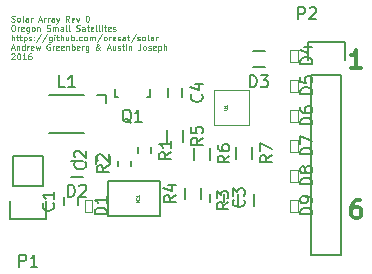
<source format=gbr>
G04 #@! TF.FileFunction,Legend,Top*
%FSLAX46Y46*%
G04 Gerber Fmt 4.6, Leading zero omitted, Abs format (unit mm)*
G04 Created by KiCad (PCBNEW 4.0.1+dfsg1-stable) date Thu 03 Mar 2016 02:15:59 PM PST*
%MOMM*%
G01*
G04 APERTURE LIST*
%ADD10C,0.100000*%
%ADD11C,0.300000*%
%ADD12C,0.150000*%
%ADD13C,0.050000*%
%ADD14C,0.060000*%
%ADD15C,0.062500*%
G04 APERTURE END LIST*
D10*
X130905238Y-89026381D02*
X130976667Y-89050190D01*
X131095714Y-89050190D01*
X131143333Y-89026381D01*
X131167143Y-89002571D01*
X131190952Y-88954952D01*
X131190952Y-88907333D01*
X131167143Y-88859714D01*
X131143333Y-88835905D01*
X131095714Y-88812095D01*
X131000476Y-88788286D01*
X130952857Y-88764476D01*
X130929048Y-88740667D01*
X130905238Y-88693048D01*
X130905238Y-88645429D01*
X130929048Y-88597810D01*
X130952857Y-88574000D01*
X131000476Y-88550190D01*
X131119524Y-88550190D01*
X131190952Y-88574000D01*
X131476666Y-89050190D02*
X131429047Y-89026381D01*
X131405238Y-89002571D01*
X131381428Y-88954952D01*
X131381428Y-88812095D01*
X131405238Y-88764476D01*
X131429047Y-88740667D01*
X131476666Y-88716857D01*
X131548095Y-88716857D01*
X131595714Y-88740667D01*
X131619523Y-88764476D01*
X131643333Y-88812095D01*
X131643333Y-88954952D01*
X131619523Y-89002571D01*
X131595714Y-89026381D01*
X131548095Y-89050190D01*
X131476666Y-89050190D01*
X131929047Y-89050190D02*
X131881428Y-89026381D01*
X131857619Y-88978762D01*
X131857619Y-88550190D01*
X132333809Y-89050190D02*
X132333809Y-88788286D01*
X132310000Y-88740667D01*
X132262381Y-88716857D01*
X132167143Y-88716857D01*
X132119524Y-88740667D01*
X132333809Y-89026381D02*
X132286190Y-89050190D01*
X132167143Y-89050190D01*
X132119524Y-89026381D01*
X132095714Y-88978762D01*
X132095714Y-88931143D01*
X132119524Y-88883524D01*
X132167143Y-88859714D01*
X132286190Y-88859714D01*
X132333809Y-88835905D01*
X132571905Y-89050190D02*
X132571905Y-88716857D01*
X132571905Y-88812095D02*
X132595714Y-88764476D01*
X132619524Y-88740667D01*
X132667143Y-88716857D01*
X132714762Y-88716857D01*
X133238571Y-88907333D02*
X133476666Y-88907333D01*
X133190952Y-89050190D02*
X133357619Y-88550190D01*
X133524285Y-89050190D01*
X133690952Y-89050190D02*
X133690952Y-88716857D01*
X133690952Y-88812095D02*
X133714761Y-88764476D01*
X133738571Y-88740667D01*
X133786190Y-88716857D01*
X133833809Y-88716857D01*
X134000476Y-89050190D02*
X134000476Y-88716857D01*
X134000476Y-88812095D02*
X134024285Y-88764476D01*
X134048095Y-88740667D01*
X134095714Y-88716857D01*
X134143333Y-88716857D01*
X134524285Y-89050190D02*
X134524285Y-88788286D01*
X134500476Y-88740667D01*
X134452857Y-88716857D01*
X134357619Y-88716857D01*
X134310000Y-88740667D01*
X134524285Y-89026381D02*
X134476666Y-89050190D01*
X134357619Y-89050190D01*
X134310000Y-89026381D01*
X134286190Y-88978762D01*
X134286190Y-88931143D01*
X134310000Y-88883524D01*
X134357619Y-88859714D01*
X134476666Y-88859714D01*
X134524285Y-88835905D01*
X134714762Y-88716857D02*
X134833809Y-89050190D01*
X134952857Y-88716857D02*
X134833809Y-89050190D01*
X134786190Y-89169238D01*
X134762381Y-89193048D01*
X134714762Y-89216857D01*
X135809999Y-89050190D02*
X135643332Y-88812095D01*
X135524285Y-89050190D02*
X135524285Y-88550190D01*
X135714761Y-88550190D01*
X135762380Y-88574000D01*
X135786189Y-88597810D01*
X135809999Y-88645429D01*
X135809999Y-88716857D01*
X135786189Y-88764476D01*
X135762380Y-88788286D01*
X135714761Y-88812095D01*
X135524285Y-88812095D01*
X136214761Y-89026381D02*
X136167142Y-89050190D01*
X136071904Y-89050190D01*
X136024285Y-89026381D01*
X136000475Y-88978762D01*
X136000475Y-88788286D01*
X136024285Y-88740667D01*
X136071904Y-88716857D01*
X136167142Y-88716857D01*
X136214761Y-88740667D01*
X136238570Y-88788286D01*
X136238570Y-88835905D01*
X136000475Y-88883524D01*
X136405237Y-88716857D02*
X136524284Y-89050190D01*
X136643332Y-88716857D01*
X137309998Y-88550190D02*
X137357617Y-88550190D01*
X137405236Y-88574000D01*
X137429045Y-88597810D01*
X137452855Y-88645429D01*
X137476664Y-88740667D01*
X137476664Y-88859714D01*
X137452855Y-88954952D01*
X137429045Y-89002571D01*
X137405236Y-89026381D01*
X137357617Y-89050190D01*
X137309998Y-89050190D01*
X137262379Y-89026381D01*
X137238569Y-89002571D01*
X137214760Y-88954952D01*
X137190950Y-88859714D01*
X137190950Y-88740667D01*
X137214760Y-88645429D01*
X137238569Y-88597810D01*
X137262379Y-88574000D01*
X137309998Y-88550190D01*
X131024286Y-89350190D02*
X131119524Y-89350190D01*
X131167143Y-89374000D01*
X131214762Y-89421619D01*
X131238571Y-89516857D01*
X131238571Y-89683524D01*
X131214762Y-89778762D01*
X131167143Y-89826381D01*
X131119524Y-89850190D01*
X131024286Y-89850190D01*
X130976667Y-89826381D01*
X130929048Y-89778762D01*
X130905238Y-89683524D01*
X130905238Y-89516857D01*
X130929048Y-89421619D01*
X130976667Y-89374000D01*
X131024286Y-89350190D01*
X131452858Y-89850190D02*
X131452858Y-89516857D01*
X131452858Y-89612095D02*
X131476667Y-89564476D01*
X131500477Y-89540667D01*
X131548096Y-89516857D01*
X131595715Y-89516857D01*
X131952858Y-89826381D02*
X131905239Y-89850190D01*
X131810001Y-89850190D01*
X131762382Y-89826381D01*
X131738572Y-89778762D01*
X131738572Y-89588286D01*
X131762382Y-89540667D01*
X131810001Y-89516857D01*
X131905239Y-89516857D01*
X131952858Y-89540667D01*
X131976667Y-89588286D01*
X131976667Y-89635905D01*
X131738572Y-89683524D01*
X132405238Y-89516857D02*
X132405238Y-89921619D01*
X132381429Y-89969238D01*
X132357619Y-89993048D01*
X132310000Y-90016857D01*
X132238572Y-90016857D01*
X132190953Y-89993048D01*
X132405238Y-89826381D02*
X132357619Y-89850190D01*
X132262381Y-89850190D01*
X132214762Y-89826381D01*
X132190953Y-89802571D01*
X132167143Y-89754952D01*
X132167143Y-89612095D01*
X132190953Y-89564476D01*
X132214762Y-89540667D01*
X132262381Y-89516857D01*
X132357619Y-89516857D01*
X132405238Y-89540667D01*
X132714762Y-89850190D02*
X132667143Y-89826381D01*
X132643334Y-89802571D01*
X132619524Y-89754952D01*
X132619524Y-89612095D01*
X132643334Y-89564476D01*
X132667143Y-89540667D01*
X132714762Y-89516857D01*
X132786191Y-89516857D01*
X132833810Y-89540667D01*
X132857619Y-89564476D01*
X132881429Y-89612095D01*
X132881429Y-89754952D01*
X132857619Y-89802571D01*
X132833810Y-89826381D01*
X132786191Y-89850190D01*
X132714762Y-89850190D01*
X133095715Y-89516857D02*
X133095715Y-89850190D01*
X133095715Y-89564476D02*
X133119524Y-89540667D01*
X133167143Y-89516857D01*
X133238572Y-89516857D01*
X133286191Y-89540667D01*
X133310000Y-89588286D01*
X133310000Y-89850190D01*
X133905238Y-89826381D02*
X133976667Y-89850190D01*
X134095714Y-89850190D01*
X134143333Y-89826381D01*
X134167143Y-89802571D01*
X134190952Y-89754952D01*
X134190952Y-89707333D01*
X134167143Y-89659714D01*
X134143333Y-89635905D01*
X134095714Y-89612095D01*
X134000476Y-89588286D01*
X133952857Y-89564476D01*
X133929048Y-89540667D01*
X133905238Y-89493048D01*
X133905238Y-89445429D01*
X133929048Y-89397810D01*
X133952857Y-89374000D01*
X134000476Y-89350190D01*
X134119524Y-89350190D01*
X134190952Y-89374000D01*
X134405238Y-89850190D02*
X134405238Y-89516857D01*
X134405238Y-89564476D02*
X134429047Y-89540667D01*
X134476666Y-89516857D01*
X134548095Y-89516857D01*
X134595714Y-89540667D01*
X134619523Y-89588286D01*
X134619523Y-89850190D01*
X134619523Y-89588286D02*
X134643333Y-89540667D01*
X134690952Y-89516857D01*
X134762380Y-89516857D01*
X134810000Y-89540667D01*
X134833809Y-89588286D01*
X134833809Y-89850190D01*
X135286190Y-89850190D02*
X135286190Y-89588286D01*
X135262381Y-89540667D01*
X135214762Y-89516857D01*
X135119524Y-89516857D01*
X135071905Y-89540667D01*
X135286190Y-89826381D02*
X135238571Y-89850190D01*
X135119524Y-89850190D01*
X135071905Y-89826381D01*
X135048095Y-89778762D01*
X135048095Y-89731143D01*
X135071905Y-89683524D01*
X135119524Y-89659714D01*
X135238571Y-89659714D01*
X135286190Y-89635905D01*
X135595714Y-89850190D02*
X135548095Y-89826381D01*
X135524286Y-89778762D01*
X135524286Y-89350190D01*
X135857619Y-89850190D02*
X135810000Y-89826381D01*
X135786191Y-89778762D01*
X135786191Y-89350190D01*
X136405238Y-89826381D02*
X136476667Y-89850190D01*
X136595714Y-89850190D01*
X136643333Y-89826381D01*
X136667143Y-89802571D01*
X136690952Y-89754952D01*
X136690952Y-89707333D01*
X136667143Y-89659714D01*
X136643333Y-89635905D01*
X136595714Y-89612095D01*
X136500476Y-89588286D01*
X136452857Y-89564476D01*
X136429048Y-89540667D01*
X136405238Y-89493048D01*
X136405238Y-89445429D01*
X136429048Y-89397810D01*
X136452857Y-89374000D01*
X136500476Y-89350190D01*
X136619524Y-89350190D01*
X136690952Y-89374000D01*
X137119523Y-89850190D02*
X137119523Y-89588286D01*
X137095714Y-89540667D01*
X137048095Y-89516857D01*
X136952857Y-89516857D01*
X136905238Y-89540667D01*
X137119523Y-89826381D02*
X137071904Y-89850190D01*
X136952857Y-89850190D01*
X136905238Y-89826381D01*
X136881428Y-89778762D01*
X136881428Y-89731143D01*
X136905238Y-89683524D01*
X136952857Y-89659714D01*
X137071904Y-89659714D01*
X137119523Y-89635905D01*
X137286190Y-89516857D02*
X137476666Y-89516857D01*
X137357619Y-89350190D02*
X137357619Y-89778762D01*
X137381428Y-89826381D01*
X137429047Y-89850190D01*
X137476666Y-89850190D01*
X137833809Y-89826381D02*
X137786190Y-89850190D01*
X137690952Y-89850190D01*
X137643333Y-89826381D01*
X137619523Y-89778762D01*
X137619523Y-89588286D01*
X137643333Y-89540667D01*
X137690952Y-89516857D01*
X137786190Y-89516857D01*
X137833809Y-89540667D01*
X137857618Y-89588286D01*
X137857618Y-89635905D01*
X137619523Y-89683524D01*
X138143332Y-89850190D02*
X138095713Y-89826381D01*
X138071904Y-89778762D01*
X138071904Y-89350190D01*
X138405237Y-89850190D02*
X138357618Y-89826381D01*
X138333809Y-89778762D01*
X138333809Y-89350190D01*
X138595714Y-89850190D02*
X138595714Y-89516857D01*
X138595714Y-89350190D02*
X138571904Y-89374000D01*
X138595714Y-89397810D01*
X138619523Y-89374000D01*
X138595714Y-89350190D01*
X138595714Y-89397810D01*
X138762380Y-89516857D02*
X138952856Y-89516857D01*
X138833809Y-89350190D02*
X138833809Y-89778762D01*
X138857618Y-89826381D01*
X138905237Y-89850190D01*
X138952856Y-89850190D01*
X139309999Y-89826381D02*
X139262380Y-89850190D01*
X139167142Y-89850190D01*
X139119523Y-89826381D01*
X139095713Y-89778762D01*
X139095713Y-89588286D01*
X139119523Y-89540667D01*
X139167142Y-89516857D01*
X139262380Y-89516857D01*
X139309999Y-89540667D01*
X139333808Y-89588286D01*
X139333808Y-89635905D01*
X139095713Y-89683524D01*
X139524284Y-89826381D02*
X139571903Y-89850190D01*
X139667141Y-89850190D01*
X139714760Y-89826381D01*
X139738570Y-89778762D01*
X139738570Y-89754952D01*
X139714760Y-89707333D01*
X139667141Y-89683524D01*
X139595713Y-89683524D01*
X139548094Y-89659714D01*
X139524284Y-89612095D01*
X139524284Y-89588286D01*
X139548094Y-89540667D01*
X139595713Y-89516857D01*
X139667141Y-89516857D01*
X139714760Y-89540667D01*
X130929048Y-90650190D02*
X130929048Y-90150190D01*
X131143333Y-90650190D02*
X131143333Y-90388286D01*
X131119524Y-90340667D01*
X131071905Y-90316857D01*
X131000476Y-90316857D01*
X130952857Y-90340667D01*
X130929048Y-90364476D01*
X131310000Y-90316857D02*
X131500476Y-90316857D01*
X131381429Y-90150190D02*
X131381429Y-90578762D01*
X131405238Y-90626381D01*
X131452857Y-90650190D01*
X131500476Y-90650190D01*
X131595714Y-90316857D02*
X131786190Y-90316857D01*
X131667143Y-90150190D02*
X131667143Y-90578762D01*
X131690952Y-90626381D01*
X131738571Y-90650190D01*
X131786190Y-90650190D01*
X131952857Y-90316857D02*
X131952857Y-90816857D01*
X131952857Y-90340667D02*
X132000476Y-90316857D01*
X132095714Y-90316857D01*
X132143333Y-90340667D01*
X132167142Y-90364476D01*
X132190952Y-90412095D01*
X132190952Y-90554952D01*
X132167142Y-90602571D01*
X132143333Y-90626381D01*
X132095714Y-90650190D01*
X132000476Y-90650190D01*
X131952857Y-90626381D01*
X132381428Y-90626381D02*
X132429047Y-90650190D01*
X132524285Y-90650190D01*
X132571904Y-90626381D01*
X132595714Y-90578762D01*
X132595714Y-90554952D01*
X132571904Y-90507333D01*
X132524285Y-90483524D01*
X132452857Y-90483524D01*
X132405238Y-90459714D01*
X132381428Y-90412095D01*
X132381428Y-90388286D01*
X132405238Y-90340667D01*
X132452857Y-90316857D01*
X132524285Y-90316857D01*
X132571904Y-90340667D01*
X132810000Y-90602571D02*
X132833809Y-90626381D01*
X132810000Y-90650190D01*
X132786190Y-90626381D01*
X132810000Y-90602571D01*
X132810000Y-90650190D01*
X132810000Y-90340667D02*
X132833809Y-90364476D01*
X132810000Y-90388286D01*
X132786190Y-90364476D01*
X132810000Y-90340667D01*
X132810000Y-90388286D01*
X133405237Y-90126381D02*
X132976666Y-90769238D01*
X133929047Y-90126381D02*
X133500476Y-90769238D01*
X134310000Y-90316857D02*
X134310000Y-90721619D01*
X134286191Y-90769238D01*
X134262381Y-90793048D01*
X134214762Y-90816857D01*
X134143334Y-90816857D01*
X134095715Y-90793048D01*
X134310000Y-90626381D02*
X134262381Y-90650190D01*
X134167143Y-90650190D01*
X134119524Y-90626381D01*
X134095715Y-90602571D01*
X134071905Y-90554952D01*
X134071905Y-90412095D01*
X134095715Y-90364476D01*
X134119524Y-90340667D01*
X134167143Y-90316857D01*
X134262381Y-90316857D01*
X134310000Y-90340667D01*
X134548096Y-90650190D02*
X134548096Y-90316857D01*
X134548096Y-90150190D02*
X134524286Y-90174000D01*
X134548096Y-90197810D01*
X134571905Y-90174000D01*
X134548096Y-90150190D01*
X134548096Y-90197810D01*
X134714762Y-90316857D02*
X134905238Y-90316857D01*
X134786191Y-90150190D02*
X134786191Y-90578762D01*
X134810000Y-90626381D01*
X134857619Y-90650190D01*
X134905238Y-90650190D01*
X135071905Y-90650190D02*
X135071905Y-90150190D01*
X135286190Y-90650190D02*
X135286190Y-90388286D01*
X135262381Y-90340667D01*
X135214762Y-90316857D01*
X135143333Y-90316857D01*
X135095714Y-90340667D01*
X135071905Y-90364476D01*
X135738571Y-90316857D02*
X135738571Y-90650190D01*
X135524286Y-90316857D02*
X135524286Y-90578762D01*
X135548095Y-90626381D01*
X135595714Y-90650190D01*
X135667143Y-90650190D01*
X135714762Y-90626381D01*
X135738571Y-90602571D01*
X135976667Y-90650190D02*
X135976667Y-90150190D01*
X135976667Y-90340667D02*
X136024286Y-90316857D01*
X136119524Y-90316857D01*
X136167143Y-90340667D01*
X136190952Y-90364476D01*
X136214762Y-90412095D01*
X136214762Y-90554952D01*
X136190952Y-90602571D01*
X136167143Y-90626381D01*
X136119524Y-90650190D01*
X136024286Y-90650190D01*
X135976667Y-90626381D01*
X136429048Y-90602571D02*
X136452857Y-90626381D01*
X136429048Y-90650190D01*
X136405238Y-90626381D01*
X136429048Y-90602571D01*
X136429048Y-90650190D01*
X136881428Y-90626381D02*
X136833809Y-90650190D01*
X136738571Y-90650190D01*
X136690952Y-90626381D01*
X136667143Y-90602571D01*
X136643333Y-90554952D01*
X136643333Y-90412095D01*
X136667143Y-90364476D01*
X136690952Y-90340667D01*
X136738571Y-90316857D01*
X136833809Y-90316857D01*
X136881428Y-90340667D01*
X137167142Y-90650190D02*
X137119523Y-90626381D01*
X137095714Y-90602571D01*
X137071904Y-90554952D01*
X137071904Y-90412095D01*
X137095714Y-90364476D01*
X137119523Y-90340667D01*
X137167142Y-90316857D01*
X137238571Y-90316857D01*
X137286190Y-90340667D01*
X137309999Y-90364476D01*
X137333809Y-90412095D01*
X137333809Y-90554952D01*
X137309999Y-90602571D01*
X137286190Y-90626381D01*
X137238571Y-90650190D01*
X137167142Y-90650190D01*
X137548095Y-90650190D02*
X137548095Y-90316857D01*
X137548095Y-90364476D02*
X137571904Y-90340667D01*
X137619523Y-90316857D01*
X137690952Y-90316857D01*
X137738571Y-90340667D01*
X137762380Y-90388286D01*
X137762380Y-90650190D01*
X137762380Y-90388286D02*
X137786190Y-90340667D01*
X137833809Y-90316857D01*
X137905237Y-90316857D01*
X137952857Y-90340667D01*
X137976666Y-90388286D01*
X137976666Y-90650190D01*
X138571904Y-90126381D02*
X138143333Y-90769238D01*
X138810000Y-90650190D02*
X138762381Y-90626381D01*
X138738572Y-90602571D01*
X138714762Y-90554952D01*
X138714762Y-90412095D01*
X138738572Y-90364476D01*
X138762381Y-90340667D01*
X138810000Y-90316857D01*
X138881429Y-90316857D01*
X138929048Y-90340667D01*
X138952857Y-90364476D01*
X138976667Y-90412095D01*
X138976667Y-90554952D01*
X138952857Y-90602571D01*
X138929048Y-90626381D01*
X138881429Y-90650190D01*
X138810000Y-90650190D01*
X139190953Y-90650190D02*
X139190953Y-90316857D01*
X139190953Y-90412095D02*
X139214762Y-90364476D01*
X139238572Y-90340667D01*
X139286191Y-90316857D01*
X139333810Y-90316857D01*
X139690953Y-90626381D02*
X139643334Y-90650190D01*
X139548096Y-90650190D01*
X139500477Y-90626381D01*
X139476667Y-90578762D01*
X139476667Y-90388286D01*
X139500477Y-90340667D01*
X139548096Y-90316857D01*
X139643334Y-90316857D01*
X139690953Y-90340667D01*
X139714762Y-90388286D01*
X139714762Y-90435905D01*
X139476667Y-90483524D01*
X139905238Y-90626381D02*
X139952857Y-90650190D01*
X140048095Y-90650190D01*
X140095714Y-90626381D01*
X140119524Y-90578762D01*
X140119524Y-90554952D01*
X140095714Y-90507333D01*
X140048095Y-90483524D01*
X139976667Y-90483524D01*
X139929048Y-90459714D01*
X139905238Y-90412095D01*
X139905238Y-90388286D01*
X139929048Y-90340667D01*
X139976667Y-90316857D01*
X140048095Y-90316857D01*
X140095714Y-90340667D01*
X140548095Y-90650190D02*
X140548095Y-90388286D01*
X140524286Y-90340667D01*
X140476667Y-90316857D01*
X140381429Y-90316857D01*
X140333810Y-90340667D01*
X140548095Y-90626381D02*
X140500476Y-90650190D01*
X140381429Y-90650190D01*
X140333810Y-90626381D01*
X140310000Y-90578762D01*
X140310000Y-90531143D01*
X140333810Y-90483524D01*
X140381429Y-90459714D01*
X140500476Y-90459714D01*
X140548095Y-90435905D01*
X140714762Y-90316857D02*
X140905238Y-90316857D01*
X140786191Y-90150190D02*
X140786191Y-90578762D01*
X140810000Y-90626381D01*
X140857619Y-90650190D01*
X140905238Y-90650190D01*
X141429047Y-90126381D02*
X141000476Y-90769238D01*
X141571905Y-90626381D02*
X141619524Y-90650190D01*
X141714762Y-90650190D01*
X141762381Y-90626381D01*
X141786191Y-90578762D01*
X141786191Y-90554952D01*
X141762381Y-90507333D01*
X141714762Y-90483524D01*
X141643334Y-90483524D01*
X141595715Y-90459714D01*
X141571905Y-90412095D01*
X141571905Y-90388286D01*
X141595715Y-90340667D01*
X141643334Y-90316857D01*
X141714762Y-90316857D01*
X141762381Y-90340667D01*
X142071905Y-90650190D02*
X142024286Y-90626381D01*
X142000477Y-90602571D01*
X141976667Y-90554952D01*
X141976667Y-90412095D01*
X142000477Y-90364476D01*
X142024286Y-90340667D01*
X142071905Y-90316857D01*
X142143334Y-90316857D01*
X142190953Y-90340667D01*
X142214762Y-90364476D01*
X142238572Y-90412095D01*
X142238572Y-90554952D01*
X142214762Y-90602571D01*
X142190953Y-90626381D01*
X142143334Y-90650190D01*
X142071905Y-90650190D01*
X142524286Y-90650190D02*
X142476667Y-90626381D01*
X142452858Y-90578762D01*
X142452858Y-90150190D01*
X142929048Y-90650190D02*
X142929048Y-90388286D01*
X142905239Y-90340667D01*
X142857620Y-90316857D01*
X142762382Y-90316857D01*
X142714763Y-90340667D01*
X142929048Y-90626381D02*
X142881429Y-90650190D01*
X142762382Y-90650190D01*
X142714763Y-90626381D01*
X142690953Y-90578762D01*
X142690953Y-90531143D01*
X142714763Y-90483524D01*
X142762382Y-90459714D01*
X142881429Y-90459714D01*
X142929048Y-90435905D01*
X143167144Y-90650190D02*
X143167144Y-90316857D01*
X143167144Y-90412095D02*
X143190953Y-90364476D01*
X143214763Y-90340667D01*
X143262382Y-90316857D01*
X143310001Y-90316857D01*
X130905238Y-91307333D02*
X131143333Y-91307333D01*
X130857619Y-91450190D02*
X131024286Y-90950190D01*
X131190952Y-91450190D01*
X131357619Y-91116857D02*
X131357619Y-91450190D01*
X131357619Y-91164476D02*
X131381428Y-91140667D01*
X131429047Y-91116857D01*
X131500476Y-91116857D01*
X131548095Y-91140667D01*
X131571904Y-91188286D01*
X131571904Y-91450190D01*
X132024285Y-91450190D02*
X132024285Y-90950190D01*
X132024285Y-91426381D02*
X131976666Y-91450190D01*
X131881428Y-91450190D01*
X131833809Y-91426381D01*
X131810000Y-91402571D01*
X131786190Y-91354952D01*
X131786190Y-91212095D01*
X131810000Y-91164476D01*
X131833809Y-91140667D01*
X131881428Y-91116857D01*
X131976666Y-91116857D01*
X132024285Y-91140667D01*
X132262381Y-91450190D02*
X132262381Y-91116857D01*
X132262381Y-91212095D02*
X132286190Y-91164476D01*
X132310000Y-91140667D01*
X132357619Y-91116857D01*
X132405238Y-91116857D01*
X132762381Y-91426381D02*
X132714762Y-91450190D01*
X132619524Y-91450190D01*
X132571905Y-91426381D01*
X132548095Y-91378762D01*
X132548095Y-91188286D01*
X132571905Y-91140667D01*
X132619524Y-91116857D01*
X132714762Y-91116857D01*
X132762381Y-91140667D01*
X132786190Y-91188286D01*
X132786190Y-91235905D01*
X132548095Y-91283524D01*
X132952857Y-91116857D02*
X133048095Y-91450190D01*
X133143333Y-91212095D01*
X133238571Y-91450190D01*
X133333809Y-91116857D01*
X134167142Y-90974000D02*
X134119523Y-90950190D01*
X134048095Y-90950190D01*
X133976666Y-90974000D01*
X133929047Y-91021619D01*
X133905238Y-91069238D01*
X133881428Y-91164476D01*
X133881428Y-91235905D01*
X133905238Y-91331143D01*
X133929047Y-91378762D01*
X133976666Y-91426381D01*
X134048095Y-91450190D01*
X134095714Y-91450190D01*
X134167142Y-91426381D01*
X134190952Y-91402571D01*
X134190952Y-91235905D01*
X134095714Y-91235905D01*
X134405238Y-91450190D02*
X134405238Y-91116857D01*
X134405238Y-91212095D02*
X134429047Y-91164476D01*
X134452857Y-91140667D01*
X134500476Y-91116857D01*
X134548095Y-91116857D01*
X134905238Y-91426381D02*
X134857619Y-91450190D01*
X134762381Y-91450190D01*
X134714762Y-91426381D01*
X134690952Y-91378762D01*
X134690952Y-91188286D01*
X134714762Y-91140667D01*
X134762381Y-91116857D01*
X134857619Y-91116857D01*
X134905238Y-91140667D01*
X134929047Y-91188286D01*
X134929047Y-91235905D01*
X134690952Y-91283524D01*
X135333809Y-91426381D02*
X135286190Y-91450190D01*
X135190952Y-91450190D01*
X135143333Y-91426381D01*
X135119523Y-91378762D01*
X135119523Y-91188286D01*
X135143333Y-91140667D01*
X135190952Y-91116857D01*
X135286190Y-91116857D01*
X135333809Y-91140667D01*
X135357618Y-91188286D01*
X135357618Y-91235905D01*
X135119523Y-91283524D01*
X135571904Y-91116857D02*
X135571904Y-91450190D01*
X135571904Y-91164476D02*
X135595713Y-91140667D01*
X135643332Y-91116857D01*
X135714761Y-91116857D01*
X135762380Y-91140667D01*
X135786189Y-91188286D01*
X135786189Y-91450190D01*
X136024285Y-91450190D02*
X136024285Y-90950190D01*
X136024285Y-91140667D02*
X136071904Y-91116857D01*
X136167142Y-91116857D01*
X136214761Y-91140667D01*
X136238570Y-91164476D01*
X136262380Y-91212095D01*
X136262380Y-91354952D01*
X136238570Y-91402571D01*
X136214761Y-91426381D01*
X136167142Y-91450190D01*
X136071904Y-91450190D01*
X136024285Y-91426381D01*
X136667142Y-91426381D02*
X136619523Y-91450190D01*
X136524285Y-91450190D01*
X136476666Y-91426381D01*
X136452856Y-91378762D01*
X136452856Y-91188286D01*
X136476666Y-91140667D01*
X136524285Y-91116857D01*
X136619523Y-91116857D01*
X136667142Y-91140667D01*
X136690951Y-91188286D01*
X136690951Y-91235905D01*
X136452856Y-91283524D01*
X136905237Y-91450190D02*
X136905237Y-91116857D01*
X136905237Y-91212095D02*
X136929046Y-91164476D01*
X136952856Y-91140667D01*
X137000475Y-91116857D01*
X137048094Y-91116857D01*
X137429046Y-91116857D02*
X137429046Y-91521619D01*
X137405237Y-91569238D01*
X137381427Y-91593048D01*
X137333808Y-91616857D01*
X137262380Y-91616857D01*
X137214761Y-91593048D01*
X137429046Y-91426381D02*
X137381427Y-91450190D01*
X137286189Y-91450190D01*
X137238570Y-91426381D01*
X137214761Y-91402571D01*
X137190951Y-91354952D01*
X137190951Y-91212095D01*
X137214761Y-91164476D01*
X137238570Y-91140667D01*
X137286189Y-91116857D01*
X137381427Y-91116857D01*
X137429046Y-91140667D01*
X138452856Y-91450190D02*
X138429046Y-91450190D01*
X138381427Y-91426381D01*
X138309998Y-91354952D01*
X138190951Y-91212095D01*
X138143332Y-91140667D01*
X138119522Y-91069238D01*
X138119522Y-91021619D01*
X138143332Y-90974000D01*
X138190951Y-90950190D01*
X138214760Y-90950190D01*
X138262379Y-90974000D01*
X138286189Y-91021619D01*
X138286189Y-91045429D01*
X138262379Y-91093048D01*
X138238570Y-91116857D01*
X138095713Y-91212095D01*
X138071903Y-91235905D01*
X138048094Y-91283524D01*
X138048094Y-91354952D01*
X138071903Y-91402571D01*
X138095713Y-91426381D01*
X138143332Y-91450190D01*
X138214760Y-91450190D01*
X138262379Y-91426381D01*
X138286189Y-91402571D01*
X138357617Y-91307333D01*
X138381427Y-91235905D01*
X138381427Y-91188286D01*
X139024284Y-91307333D02*
X139262379Y-91307333D01*
X138976665Y-91450190D02*
X139143332Y-90950190D01*
X139309998Y-91450190D01*
X139690950Y-91116857D02*
X139690950Y-91450190D01*
X139476665Y-91116857D02*
X139476665Y-91378762D01*
X139500474Y-91426381D01*
X139548093Y-91450190D01*
X139619522Y-91450190D01*
X139667141Y-91426381D01*
X139690950Y-91402571D01*
X139905236Y-91426381D02*
X139952855Y-91450190D01*
X140048093Y-91450190D01*
X140095712Y-91426381D01*
X140119522Y-91378762D01*
X140119522Y-91354952D01*
X140095712Y-91307333D01*
X140048093Y-91283524D01*
X139976665Y-91283524D01*
X139929046Y-91259714D01*
X139905236Y-91212095D01*
X139905236Y-91188286D01*
X139929046Y-91140667D01*
X139976665Y-91116857D01*
X140048093Y-91116857D01*
X140095712Y-91140667D01*
X140262379Y-91116857D02*
X140452855Y-91116857D01*
X140333808Y-90950190D02*
X140333808Y-91378762D01*
X140357617Y-91426381D01*
X140405236Y-91450190D01*
X140452855Y-91450190D01*
X140619522Y-91450190D02*
X140619522Y-91116857D01*
X140619522Y-90950190D02*
X140595712Y-90974000D01*
X140619522Y-90997810D01*
X140643331Y-90974000D01*
X140619522Y-90950190D01*
X140619522Y-90997810D01*
X140857617Y-91116857D02*
X140857617Y-91450190D01*
X140857617Y-91164476D02*
X140881426Y-91140667D01*
X140929045Y-91116857D01*
X141000474Y-91116857D01*
X141048093Y-91140667D01*
X141071902Y-91188286D01*
X141071902Y-91450190D01*
X141833807Y-90950190D02*
X141833807Y-91307333D01*
X141809997Y-91378762D01*
X141762378Y-91426381D01*
X141690950Y-91450190D01*
X141643331Y-91450190D01*
X142143330Y-91450190D02*
X142095711Y-91426381D01*
X142071902Y-91402571D01*
X142048092Y-91354952D01*
X142048092Y-91212095D01*
X142071902Y-91164476D01*
X142095711Y-91140667D01*
X142143330Y-91116857D01*
X142214759Y-91116857D01*
X142262378Y-91140667D01*
X142286187Y-91164476D01*
X142309997Y-91212095D01*
X142309997Y-91354952D01*
X142286187Y-91402571D01*
X142262378Y-91426381D01*
X142214759Y-91450190D01*
X142143330Y-91450190D01*
X142500473Y-91426381D02*
X142548092Y-91450190D01*
X142643330Y-91450190D01*
X142690949Y-91426381D01*
X142714759Y-91378762D01*
X142714759Y-91354952D01*
X142690949Y-91307333D01*
X142643330Y-91283524D01*
X142571902Y-91283524D01*
X142524283Y-91259714D01*
X142500473Y-91212095D01*
X142500473Y-91188286D01*
X142524283Y-91140667D01*
X142571902Y-91116857D01*
X142643330Y-91116857D01*
X142690949Y-91140667D01*
X143119521Y-91426381D02*
X143071902Y-91450190D01*
X142976664Y-91450190D01*
X142929045Y-91426381D01*
X142905235Y-91378762D01*
X142905235Y-91188286D01*
X142929045Y-91140667D01*
X142976664Y-91116857D01*
X143071902Y-91116857D01*
X143119521Y-91140667D01*
X143143330Y-91188286D01*
X143143330Y-91235905D01*
X142905235Y-91283524D01*
X143357616Y-91116857D02*
X143357616Y-91616857D01*
X143357616Y-91140667D02*
X143405235Y-91116857D01*
X143500473Y-91116857D01*
X143548092Y-91140667D01*
X143571901Y-91164476D01*
X143595711Y-91212095D01*
X143595711Y-91354952D01*
X143571901Y-91402571D01*
X143548092Y-91426381D01*
X143500473Y-91450190D01*
X143405235Y-91450190D01*
X143357616Y-91426381D01*
X143809997Y-91450190D02*
X143809997Y-90950190D01*
X144024282Y-91450190D02*
X144024282Y-91188286D01*
X144000473Y-91140667D01*
X143952854Y-91116857D01*
X143881425Y-91116857D01*
X143833806Y-91140667D01*
X143809997Y-91164476D01*
X130905238Y-91797810D02*
X130929048Y-91774000D01*
X130976667Y-91750190D01*
X131095714Y-91750190D01*
X131143333Y-91774000D01*
X131167143Y-91797810D01*
X131190952Y-91845429D01*
X131190952Y-91893048D01*
X131167143Y-91964476D01*
X130881429Y-92250190D01*
X131190952Y-92250190D01*
X131500476Y-91750190D02*
X131548095Y-91750190D01*
X131595714Y-91774000D01*
X131619523Y-91797810D01*
X131643333Y-91845429D01*
X131667142Y-91940667D01*
X131667142Y-92059714D01*
X131643333Y-92154952D01*
X131619523Y-92202571D01*
X131595714Y-92226381D01*
X131548095Y-92250190D01*
X131500476Y-92250190D01*
X131452857Y-92226381D01*
X131429047Y-92202571D01*
X131405238Y-92154952D01*
X131381428Y-92059714D01*
X131381428Y-91940667D01*
X131405238Y-91845429D01*
X131429047Y-91797810D01*
X131452857Y-91774000D01*
X131500476Y-91750190D01*
X132143332Y-92250190D02*
X131857618Y-92250190D01*
X132000475Y-92250190D02*
X132000475Y-91750190D01*
X131952856Y-91821619D01*
X131905237Y-91869238D01*
X131857618Y-91893048D01*
X132571903Y-91750190D02*
X132476665Y-91750190D01*
X132429046Y-91774000D01*
X132405237Y-91797810D01*
X132357618Y-91869238D01*
X132333808Y-91964476D01*
X132333808Y-92154952D01*
X132357618Y-92202571D01*
X132381427Y-92226381D01*
X132429046Y-92250190D01*
X132524284Y-92250190D01*
X132571903Y-92226381D01*
X132595713Y-92202571D01*
X132619522Y-92154952D01*
X132619522Y-92035905D01*
X132595713Y-91988286D01*
X132571903Y-91964476D01*
X132524284Y-91940667D01*
X132429046Y-91940667D01*
X132381427Y-91964476D01*
X132357618Y-91988286D01*
X132333808Y-92035905D01*
D11*
X160407315Y-104182171D02*
X160121601Y-104182171D01*
X159978744Y-104253600D01*
X159907315Y-104325029D01*
X159764458Y-104539314D01*
X159693029Y-104825029D01*
X159693029Y-105396457D01*
X159764458Y-105539314D01*
X159835886Y-105610743D01*
X159978744Y-105682171D01*
X160264458Y-105682171D01*
X160407315Y-105610743D01*
X160478744Y-105539314D01*
X160550172Y-105396457D01*
X160550172Y-105039314D01*
X160478744Y-104896457D01*
X160407315Y-104825029D01*
X160264458Y-104753600D01*
X159978744Y-104753600D01*
X159835886Y-104825029D01*
X159764458Y-104896457D01*
X159693029Y-105039314D01*
X160550172Y-92982171D02*
X159693029Y-92982171D01*
X160121601Y-92982171D02*
X160121601Y-91482171D01*
X159978744Y-91696457D01*
X159835886Y-91839314D01*
X159693029Y-91910743D01*
D12*
X135391600Y-104617000D02*
X135391600Y-103917000D01*
X136591600Y-103917000D02*
X136591600Y-104617000D01*
X138084000Y-101111800D02*
X138084000Y-100411800D01*
X139284000Y-100411800D02*
X139284000Y-101111800D01*
X148910600Y-103612200D02*
X148910600Y-104312200D01*
X147710600Y-104312200D02*
X147710600Y-103612200D01*
X145354600Y-94696800D02*
X145354600Y-95396800D01*
X144154600Y-95396800D02*
X144154600Y-94696800D01*
D13*
X137439400Y-105183400D02*
X137749400Y-105183400D01*
X137749400Y-105183400D02*
X137749400Y-104163400D01*
X137749400Y-104163400D02*
X137129400Y-104163400D01*
X137129400Y-104163400D02*
X137129400Y-105183400D01*
X137129400Y-105183400D02*
X137449400Y-105183400D01*
D12*
X135948800Y-100848800D02*
X136948800Y-100848800D01*
X136948800Y-102198800D02*
X135948800Y-102198800D01*
X151341200Y-91577800D02*
X152341200Y-91577800D01*
X152341200Y-92927800D02*
X151341200Y-92927800D01*
D13*
X154838400Y-92458000D02*
X155148400Y-92458000D01*
X155148400Y-92458000D02*
X155148400Y-91438000D01*
X155148400Y-91438000D02*
X154528400Y-91438000D01*
X154528400Y-91438000D02*
X154528400Y-92458000D01*
X154528400Y-92458000D02*
X154848400Y-92458000D01*
X154838400Y-94998000D02*
X155148400Y-94998000D01*
X155148400Y-94998000D02*
X155148400Y-93978000D01*
X155148400Y-93978000D02*
X154528400Y-93978000D01*
X154528400Y-93978000D02*
X154528400Y-94998000D01*
X154528400Y-94998000D02*
X154848400Y-94998000D01*
X154838400Y-97563400D02*
X155148400Y-97563400D01*
X155148400Y-97563400D02*
X155148400Y-96543400D01*
X155148400Y-96543400D02*
X154528400Y-96543400D01*
X154528400Y-96543400D02*
X154528400Y-97563400D01*
X154528400Y-97563400D02*
X154848400Y-97563400D01*
X154838400Y-100103400D02*
X155148400Y-100103400D01*
X155148400Y-100103400D02*
X155148400Y-99083400D01*
X155148400Y-99083400D02*
X154528400Y-99083400D01*
X154528400Y-99083400D02*
X154528400Y-100103400D01*
X154528400Y-100103400D02*
X154848400Y-100103400D01*
X154838400Y-102643400D02*
X155148400Y-102643400D01*
X155148400Y-102643400D02*
X155148400Y-101623400D01*
X155148400Y-101623400D02*
X154528400Y-101623400D01*
X154528400Y-101623400D02*
X154528400Y-102643400D01*
X154528400Y-102643400D02*
X154848400Y-102643400D01*
X154838400Y-105183400D02*
X155148400Y-105183400D01*
X155148400Y-105183400D02*
X155148400Y-104163400D01*
X155148400Y-104163400D02*
X154528400Y-104163400D01*
X154528400Y-104163400D02*
X154528400Y-105183400D01*
X154528400Y-105183400D02*
X154848400Y-105183400D01*
D12*
X139100200Y-104038400D02*
X139100200Y-102538400D01*
X139100200Y-102538400D02*
X143500200Y-102538400D01*
X143500200Y-102538400D02*
X143500200Y-105538400D01*
X143500200Y-105538400D02*
X139100200Y-105538400D01*
X139100200Y-105538400D02*
X139100200Y-104038400D01*
X138947900Y-95288300D02*
X138947900Y-95938300D01*
X138197900Y-95288300D02*
X138947900Y-95288300D01*
X134097900Y-95288300D02*
X137097900Y-95288300D01*
X137097900Y-98488300D02*
X134097900Y-98488300D01*
X131051300Y-102971600D02*
X131051300Y-100431600D01*
X130771300Y-105791600D02*
X130771300Y-104241600D01*
X131051300Y-102971600D02*
X133591300Y-102971600D01*
X133871300Y-104241600D02*
X133871300Y-105791600D01*
X133871300Y-105791600D02*
X130771300Y-105791600D01*
X133591300Y-102971600D02*
X133591300Y-100431600D01*
X133591300Y-100431600D02*
X131051300Y-100431600D01*
X158851600Y-93573600D02*
X158851600Y-108813600D01*
X158851600Y-108813600D02*
X156311600Y-108813600D01*
X156311600Y-108813600D02*
X156311600Y-93573600D01*
X159131600Y-90753600D02*
X159131600Y-92303600D01*
X158851600Y-93573600D02*
X156311600Y-93573600D01*
X156031600Y-92303600D02*
X156031600Y-90753600D01*
X156031600Y-90753600D02*
X159131600Y-90753600D01*
X142701500Y-100186300D02*
X142701500Y-99686300D01*
X141651500Y-99686300D02*
X141651500Y-100186300D01*
X139962400Y-100816600D02*
X139962400Y-101316600D01*
X141012400Y-101316600D02*
X141012400Y-100816600D01*
X151411300Y-103690800D02*
X151411300Y-104690800D01*
X150061300Y-104690800D02*
X150061300Y-103690800D01*
X146928200Y-103106600D02*
X146928200Y-104106600D01*
X145578200Y-104106600D02*
X145578200Y-103106600D01*
X144105000Y-99229800D02*
X144105000Y-98229800D01*
X145455000Y-98229800D02*
X145455000Y-99229800D01*
X146340200Y-100728400D02*
X146340200Y-99728400D01*
X147690200Y-99728400D02*
X147690200Y-100728400D01*
X149947000Y-100703000D02*
X149947000Y-99703000D01*
X151297000Y-99703000D02*
X151297000Y-100703000D01*
X139848640Y-95468440D02*
X139896900Y-95468440D01*
X142647620Y-94767400D02*
X142647620Y-95468440D01*
X142647620Y-95468440D02*
X142398700Y-95468440D01*
X139848640Y-95468440D02*
X139647980Y-95468440D01*
X139647980Y-95468440D02*
X139647980Y-94767400D01*
D10*
X151029800Y-94816800D02*
X151029800Y-97816800D01*
X151029800Y-97816800D02*
X148029800Y-97816800D01*
X148029800Y-97816800D02*
X148029800Y-94816800D01*
X148029800Y-94816800D02*
X151029800Y-94816800D01*
D12*
X134448743Y-104433666D02*
X134496362Y-104481285D01*
X134543981Y-104624142D01*
X134543981Y-104719380D01*
X134496362Y-104862238D01*
X134401124Y-104957476D01*
X134305886Y-105005095D01*
X134115410Y-105052714D01*
X133972552Y-105052714D01*
X133782076Y-105005095D01*
X133686838Y-104957476D01*
X133591600Y-104862238D01*
X133543981Y-104719380D01*
X133543981Y-104624142D01*
X133591600Y-104481285D01*
X133639219Y-104433666D01*
X134543981Y-103481285D02*
X134543981Y-104052714D01*
X134543981Y-103767000D02*
X133543981Y-103767000D01*
X133686838Y-103862238D01*
X133782076Y-103957476D01*
X133829695Y-104052714D01*
X137141143Y-100928466D02*
X137188762Y-100976085D01*
X137236381Y-101118942D01*
X137236381Y-101214180D01*
X137188762Y-101357038D01*
X137093524Y-101452276D01*
X136998286Y-101499895D01*
X136807810Y-101547514D01*
X136664952Y-101547514D01*
X136474476Y-101499895D01*
X136379238Y-101452276D01*
X136284000Y-101357038D01*
X136236381Y-101214180D01*
X136236381Y-101118942D01*
X136284000Y-100976085D01*
X136331619Y-100928466D01*
X136331619Y-100547514D02*
X136284000Y-100499895D01*
X136236381Y-100404657D01*
X136236381Y-100166561D01*
X136284000Y-100071323D01*
X136331619Y-100023704D01*
X136426857Y-99976085D01*
X136522095Y-99976085D01*
X136664952Y-100023704D01*
X137236381Y-100595133D01*
X137236381Y-99976085D01*
X150567743Y-104128866D02*
X150615362Y-104176485D01*
X150662981Y-104319342D01*
X150662981Y-104414580D01*
X150615362Y-104557438D01*
X150520124Y-104652676D01*
X150424886Y-104700295D01*
X150234410Y-104747914D01*
X150091552Y-104747914D01*
X149901076Y-104700295D01*
X149805838Y-104652676D01*
X149710600Y-104557438D01*
X149662981Y-104414580D01*
X149662981Y-104319342D01*
X149710600Y-104176485D01*
X149758219Y-104128866D01*
X149662981Y-103795533D02*
X149662981Y-103176485D01*
X150043933Y-103509819D01*
X150043933Y-103366961D01*
X150091552Y-103271723D01*
X150139171Y-103224104D01*
X150234410Y-103176485D01*
X150472505Y-103176485D01*
X150567743Y-103224104D01*
X150615362Y-103271723D01*
X150662981Y-103366961D01*
X150662981Y-103652676D01*
X150615362Y-103747914D01*
X150567743Y-103795533D01*
X147011743Y-95213466D02*
X147059362Y-95261085D01*
X147106981Y-95403942D01*
X147106981Y-95499180D01*
X147059362Y-95642038D01*
X146964124Y-95737276D01*
X146868886Y-95784895D01*
X146678410Y-95832514D01*
X146535552Y-95832514D01*
X146345076Y-95784895D01*
X146249838Y-95737276D01*
X146154600Y-95642038D01*
X146106981Y-95499180D01*
X146106981Y-95403942D01*
X146154600Y-95261085D01*
X146202219Y-95213466D01*
X146440314Y-94356323D02*
X147106981Y-94356323D01*
X146059362Y-94594419D02*
X146773648Y-94832514D01*
X146773648Y-94213466D01*
X138971781Y-105371495D02*
X137971781Y-105371495D01*
X137971781Y-105133400D01*
X138019400Y-104990542D01*
X138114638Y-104895304D01*
X138209876Y-104847685D01*
X138400352Y-104800066D01*
X138543210Y-104800066D01*
X138733686Y-104847685D01*
X138828924Y-104895304D01*
X138924162Y-104990542D01*
X138971781Y-105133400D01*
X138971781Y-105371495D01*
X138971781Y-103847685D02*
X138971781Y-104419114D01*
X138971781Y-104133400D02*
X137971781Y-104133400D01*
X138114638Y-104228638D01*
X138209876Y-104323876D01*
X138257495Y-104419114D01*
X135710705Y-103876181D02*
X135710705Y-102876181D01*
X135948800Y-102876181D01*
X136091658Y-102923800D01*
X136186896Y-103019038D01*
X136234515Y-103114276D01*
X136282134Y-103304752D01*
X136282134Y-103447610D01*
X136234515Y-103638086D01*
X136186896Y-103733324D01*
X136091658Y-103828562D01*
X135948800Y-103876181D01*
X135710705Y-103876181D01*
X136663086Y-102971419D02*
X136710705Y-102923800D01*
X136805943Y-102876181D01*
X137044039Y-102876181D01*
X137139277Y-102923800D01*
X137186896Y-102971419D01*
X137234515Y-103066657D01*
X137234515Y-103161895D01*
X137186896Y-103304752D01*
X136615467Y-103876181D01*
X137234515Y-103876181D01*
X151103105Y-94605181D02*
X151103105Y-93605181D01*
X151341200Y-93605181D01*
X151484058Y-93652800D01*
X151579296Y-93748038D01*
X151626915Y-93843276D01*
X151674534Y-94033752D01*
X151674534Y-94176610D01*
X151626915Y-94367086D01*
X151579296Y-94462324D01*
X151484058Y-94557562D01*
X151341200Y-94605181D01*
X151103105Y-94605181D01*
X152007867Y-93605181D02*
X152626915Y-93605181D01*
X152293581Y-93986133D01*
X152436439Y-93986133D01*
X152531677Y-94033752D01*
X152579296Y-94081371D01*
X152626915Y-94176610D01*
X152626915Y-94414705D01*
X152579296Y-94509943D01*
X152531677Y-94557562D01*
X152436439Y-94605181D01*
X152150724Y-94605181D01*
X152055486Y-94557562D01*
X152007867Y-94509943D01*
X156370781Y-92646095D02*
X155370781Y-92646095D01*
X155370781Y-92408000D01*
X155418400Y-92265142D01*
X155513638Y-92169904D01*
X155608876Y-92122285D01*
X155799352Y-92074666D01*
X155942210Y-92074666D01*
X156132686Y-92122285D01*
X156227924Y-92169904D01*
X156323162Y-92265142D01*
X156370781Y-92408000D01*
X156370781Y-92646095D01*
X155704114Y-91217523D02*
X156370781Y-91217523D01*
X155323162Y-91455619D02*
X156037448Y-91693714D01*
X156037448Y-91074666D01*
X156370781Y-95186095D02*
X155370781Y-95186095D01*
X155370781Y-94948000D01*
X155418400Y-94805142D01*
X155513638Y-94709904D01*
X155608876Y-94662285D01*
X155799352Y-94614666D01*
X155942210Y-94614666D01*
X156132686Y-94662285D01*
X156227924Y-94709904D01*
X156323162Y-94805142D01*
X156370781Y-94948000D01*
X156370781Y-95186095D01*
X155370781Y-93709904D02*
X155370781Y-94186095D01*
X155846971Y-94233714D01*
X155799352Y-94186095D01*
X155751733Y-94090857D01*
X155751733Y-93852761D01*
X155799352Y-93757523D01*
X155846971Y-93709904D01*
X155942210Y-93662285D01*
X156180305Y-93662285D01*
X156275543Y-93709904D01*
X156323162Y-93757523D01*
X156370781Y-93852761D01*
X156370781Y-94090857D01*
X156323162Y-94186095D01*
X156275543Y-94233714D01*
X156370781Y-97751495D02*
X155370781Y-97751495D01*
X155370781Y-97513400D01*
X155418400Y-97370542D01*
X155513638Y-97275304D01*
X155608876Y-97227685D01*
X155799352Y-97180066D01*
X155942210Y-97180066D01*
X156132686Y-97227685D01*
X156227924Y-97275304D01*
X156323162Y-97370542D01*
X156370781Y-97513400D01*
X156370781Y-97751495D01*
X155370781Y-96322923D02*
X155370781Y-96513400D01*
X155418400Y-96608638D01*
X155466019Y-96656257D01*
X155608876Y-96751495D01*
X155799352Y-96799114D01*
X156180305Y-96799114D01*
X156275543Y-96751495D01*
X156323162Y-96703876D01*
X156370781Y-96608638D01*
X156370781Y-96418161D01*
X156323162Y-96322923D01*
X156275543Y-96275304D01*
X156180305Y-96227685D01*
X155942210Y-96227685D01*
X155846971Y-96275304D01*
X155799352Y-96322923D01*
X155751733Y-96418161D01*
X155751733Y-96608638D01*
X155799352Y-96703876D01*
X155846971Y-96751495D01*
X155942210Y-96799114D01*
X156370781Y-100291495D02*
X155370781Y-100291495D01*
X155370781Y-100053400D01*
X155418400Y-99910542D01*
X155513638Y-99815304D01*
X155608876Y-99767685D01*
X155799352Y-99720066D01*
X155942210Y-99720066D01*
X156132686Y-99767685D01*
X156227924Y-99815304D01*
X156323162Y-99910542D01*
X156370781Y-100053400D01*
X156370781Y-100291495D01*
X155370781Y-99386733D02*
X155370781Y-98720066D01*
X156370781Y-99148638D01*
X156370781Y-102831495D02*
X155370781Y-102831495D01*
X155370781Y-102593400D01*
X155418400Y-102450542D01*
X155513638Y-102355304D01*
X155608876Y-102307685D01*
X155799352Y-102260066D01*
X155942210Y-102260066D01*
X156132686Y-102307685D01*
X156227924Y-102355304D01*
X156323162Y-102450542D01*
X156370781Y-102593400D01*
X156370781Y-102831495D01*
X155799352Y-101688638D02*
X155751733Y-101783876D01*
X155704114Y-101831495D01*
X155608876Y-101879114D01*
X155561257Y-101879114D01*
X155466019Y-101831495D01*
X155418400Y-101783876D01*
X155370781Y-101688638D01*
X155370781Y-101498161D01*
X155418400Y-101402923D01*
X155466019Y-101355304D01*
X155561257Y-101307685D01*
X155608876Y-101307685D01*
X155704114Y-101355304D01*
X155751733Y-101402923D01*
X155799352Y-101498161D01*
X155799352Y-101688638D01*
X155846971Y-101783876D01*
X155894590Y-101831495D01*
X155989829Y-101879114D01*
X156180305Y-101879114D01*
X156275543Y-101831495D01*
X156323162Y-101783876D01*
X156370781Y-101688638D01*
X156370781Y-101498161D01*
X156323162Y-101402923D01*
X156275543Y-101355304D01*
X156180305Y-101307685D01*
X155989829Y-101307685D01*
X155894590Y-101355304D01*
X155846971Y-101402923D01*
X155799352Y-101498161D01*
X156370781Y-105371495D02*
X155370781Y-105371495D01*
X155370781Y-105133400D01*
X155418400Y-104990542D01*
X155513638Y-104895304D01*
X155608876Y-104847685D01*
X155799352Y-104800066D01*
X155942210Y-104800066D01*
X156132686Y-104847685D01*
X156227924Y-104895304D01*
X156323162Y-104990542D01*
X156370781Y-105133400D01*
X156370781Y-105371495D01*
X156370781Y-104323876D02*
X156370781Y-104133400D01*
X156323162Y-104038161D01*
X156275543Y-103990542D01*
X156132686Y-103895304D01*
X155942210Y-103847685D01*
X155561257Y-103847685D01*
X155466019Y-103895304D01*
X155418400Y-103942923D01*
X155370781Y-104038161D01*
X155370781Y-104228638D01*
X155418400Y-104323876D01*
X155466019Y-104371495D01*
X155561257Y-104419114D01*
X155799352Y-104419114D01*
X155894590Y-104371495D01*
X155942210Y-104323876D01*
X155989829Y-104228638D01*
X155989829Y-104038161D01*
X155942210Y-103942923D01*
X155894590Y-103895304D01*
X155799352Y-103847685D01*
D14*
X141735914Y-104331256D02*
X141435914Y-104331256D01*
X141707343Y-104016971D02*
X141721629Y-104031257D01*
X141735914Y-104074114D01*
X141735914Y-104102685D01*
X141721629Y-104145542D01*
X141693057Y-104174114D01*
X141664486Y-104188399D01*
X141607343Y-104202685D01*
X141564486Y-104202685D01*
X141507343Y-104188399D01*
X141478771Y-104174114D01*
X141450200Y-104145542D01*
X141435914Y-104102685D01*
X141435914Y-104074114D01*
X141450200Y-104031257D01*
X141464486Y-104016971D01*
X141735914Y-103731257D02*
X141735914Y-103902685D01*
X141735914Y-103816971D02*
X141435914Y-103816971D01*
X141478771Y-103845542D01*
X141507343Y-103874114D01*
X141521629Y-103902685D01*
D12*
X135431234Y-94590681D02*
X134955043Y-94590681D01*
X134955043Y-93590681D01*
X136288377Y-94590681D02*
X135716948Y-94590681D01*
X136002662Y-94590681D02*
X136002662Y-93590681D01*
X135907424Y-93733538D01*
X135812186Y-93828776D01*
X135716948Y-93876395D01*
X131583205Y-109793981D02*
X131583205Y-108793981D01*
X131964158Y-108793981D01*
X132059396Y-108841600D01*
X132107015Y-108889219D01*
X132154634Y-108984457D01*
X132154634Y-109127314D01*
X132107015Y-109222552D01*
X132059396Y-109270171D01*
X131964158Y-109317790D01*
X131583205Y-109317790D01*
X133107015Y-109793981D02*
X132535586Y-109793981D01*
X132821300Y-109793981D02*
X132821300Y-108793981D01*
X132726062Y-108936838D01*
X132630824Y-109032076D01*
X132535586Y-109079695D01*
X155217905Y-88844381D02*
X155217905Y-87844381D01*
X155598858Y-87844381D01*
X155694096Y-87892000D01*
X155741715Y-87939619D01*
X155789334Y-88034857D01*
X155789334Y-88177714D01*
X155741715Y-88272952D01*
X155694096Y-88320571D01*
X155598858Y-88368190D01*
X155217905Y-88368190D01*
X156170286Y-87939619D02*
X156217905Y-87892000D01*
X156313143Y-87844381D01*
X156551239Y-87844381D01*
X156646477Y-87892000D01*
X156694096Y-87939619D01*
X156741715Y-88034857D01*
X156741715Y-88130095D01*
X156694096Y-88272952D01*
X156122667Y-88844381D01*
X156741715Y-88844381D01*
X144428881Y-100102966D02*
X143952690Y-100436300D01*
X144428881Y-100674395D02*
X143428881Y-100674395D01*
X143428881Y-100293442D01*
X143476500Y-100198204D01*
X143524119Y-100150585D01*
X143619357Y-100102966D01*
X143762214Y-100102966D01*
X143857452Y-100150585D01*
X143905071Y-100198204D01*
X143952690Y-100293442D01*
X143952690Y-100674395D01*
X144428881Y-99150585D02*
X144428881Y-99722014D01*
X144428881Y-99436300D02*
X143428881Y-99436300D01*
X143571738Y-99531538D01*
X143666976Y-99626776D01*
X143714595Y-99722014D01*
X139139781Y-101233266D02*
X138663590Y-101566600D01*
X139139781Y-101804695D02*
X138139781Y-101804695D01*
X138139781Y-101423742D01*
X138187400Y-101328504D01*
X138235019Y-101280885D01*
X138330257Y-101233266D01*
X138473114Y-101233266D01*
X138568352Y-101280885D01*
X138615971Y-101328504D01*
X138663590Y-101423742D01*
X138663590Y-101804695D01*
X138235019Y-100852314D02*
X138187400Y-100804695D01*
X138139781Y-100709457D01*
X138139781Y-100471361D01*
X138187400Y-100376123D01*
X138235019Y-100328504D01*
X138330257Y-100280885D01*
X138425495Y-100280885D01*
X138568352Y-100328504D01*
X139139781Y-100899933D01*
X139139781Y-100280885D01*
X149288681Y-104357466D02*
X148812490Y-104690800D01*
X149288681Y-104928895D02*
X148288681Y-104928895D01*
X148288681Y-104547942D01*
X148336300Y-104452704D01*
X148383919Y-104405085D01*
X148479157Y-104357466D01*
X148622014Y-104357466D01*
X148717252Y-104405085D01*
X148764871Y-104452704D01*
X148812490Y-104547942D01*
X148812490Y-104928895D01*
X148288681Y-104024133D02*
X148288681Y-103405085D01*
X148669633Y-103738419D01*
X148669633Y-103595561D01*
X148717252Y-103500323D01*
X148764871Y-103452704D01*
X148860110Y-103405085D01*
X149098205Y-103405085D01*
X149193443Y-103452704D01*
X149241062Y-103500323D01*
X149288681Y-103595561D01*
X149288681Y-103881276D01*
X149241062Y-103976514D01*
X149193443Y-104024133D01*
X144805581Y-103773266D02*
X144329390Y-104106600D01*
X144805581Y-104344695D02*
X143805581Y-104344695D01*
X143805581Y-103963742D01*
X143853200Y-103868504D01*
X143900819Y-103820885D01*
X143996057Y-103773266D01*
X144138914Y-103773266D01*
X144234152Y-103820885D01*
X144281771Y-103868504D01*
X144329390Y-103963742D01*
X144329390Y-104344695D01*
X144138914Y-102916123D02*
X144805581Y-102916123D01*
X143757962Y-103154219D02*
X144472248Y-103392314D01*
X144472248Y-102773266D01*
X147132381Y-98896466D02*
X146656190Y-99229800D01*
X147132381Y-99467895D02*
X146132381Y-99467895D01*
X146132381Y-99086942D01*
X146180000Y-98991704D01*
X146227619Y-98944085D01*
X146322857Y-98896466D01*
X146465714Y-98896466D01*
X146560952Y-98944085D01*
X146608571Y-98991704D01*
X146656190Y-99086942D01*
X146656190Y-99467895D01*
X146132381Y-97991704D02*
X146132381Y-98467895D01*
X146608571Y-98515514D01*
X146560952Y-98467895D01*
X146513333Y-98372657D01*
X146513333Y-98134561D01*
X146560952Y-98039323D01*
X146608571Y-97991704D01*
X146703810Y-97944085D01*
X146941905Y-97944085D01*
X147037143Y-97991704D01*
X147084762Y-98039323D01*
X147132381Y-98134561D01*
X147132381Y-98372657D01*
X147084762Y-98467895D01*
X147037143Y-98515514D01*
X149367581Y-100395066D02*
X148891390Y-100728400D01*
X149367581Y-100966495D02*
X148367581Y-100966495D01*
X148367581Y-100585542D01*
X148415200Y-100490304D01*
X148462819Y-100442685D01*
X148558057Y-100395066D01*
X148700914Y-100395066D01*
X148796152Y-100442685D01*
X148843771Y-100490304D01*
X148891390Y-100585542D01*
X148891390Y-100966495D01*
X148367581Y-99537923D02*
X148367581Y-99728400D01*
X148415200Y-99823638D01*
X148462819Y-99871257D01*
X148605676Y-99966495D01*
X148796152Y-100014114D01*
X149177105Y-100014114D01*
X149272343Y-99966495D01*
X149319962Y-99918876D01*
X149367581Y-99823638D01*
X149367581Y-99633161D01*
X149319962Y-99537923D01*
X149272343Y-99490304D01*
X149177105Y-99442685D01*
X148939010Y-99442685D01*
X148843771Y-99490304D01*
X148796152Y-99537923D01*
X148748533Y-99633161D01*
X148748533Y-99823638D01*
X148796152Y-99918876D01*
X148843771Y-99966495D01*
X148939010Y-100014114D01*
X152974381Y-100369666D02*
X152498190Y-100703000D01*
X152974381Y-100941095D02*
X151974381Y-100941095D01*
X151974381Y-100560142D01*
X152022000Y-100464904D01*
X152069619Y-100417285D01*
X152164857Y-100369666D01*
X152307714Y-100369666D01*
X152402952Y-100417285D01*
X152450571Y-100464904D01*
X152498190Y-100560142D01*
X152498190Y-100941095D01*
X151974381Y-100036333D02*
X151974381Y-99369666D01*
X152974381Y-99798238D01*
X141052562Y-97615819D02*
X140957324Y-97568200D01*
X140862086Y-97472962D01*
X140719229Y-97330105D01*
X140623990Y-97282486D01*
X140528752Y-97282486D01*
X140576371Y-97520581D02*
X140481133Y-97472962D01*
X140385895Y-97377724D01*
X140338276Y-97187248D01*
X140338276Y-96853914D01*
X140385895Y-96663438D01*
X140481133Y-96568200D01*
X140576371Y-96520581D01*
X140766848Y-96520581D01*
X140862086Y-96568200D01*
X140957324Y-96663438D01*
X141004943Y-96853914D01*
X141004943Y-97187248D01*
X140957324Y-97377724D01*
X140862086Y-97472962D01*
X140766848Y-97520581D01*
X140576371Y-97520581D01*
X141957324Y-97520581D02*
X141385895Y-97520581D01*
X141671609Y-97520581D02*
X141671609Y-96520581D01*
X141576371Y-96663438D01*
X141481133Y-96758676D01*
X141385895Y-96806295D01*
D15*
X148892895Y-96507276D02*
X149095276Y-96507276D01*
X149119086Y-96495371D01*
X149130990Y-96483467D01*
X149142895Y-96459657D01*
X149142895Y-96412038D01*
X149130990Y-96388229D01*
X149119086Y-96376324D01*
X149095276Y-96364419D01*
X148892895Y-96364419D01*
X149142895Y-96114419D02*
X149142895Y-96257276D01*
X149142895Y-96185847D02*
X148892895Y-96185847D01*
X148928610Y-96209657D01*
X148952419Y-96233466D01*
X148964324Y-96257276D01*
M02*

</source>
